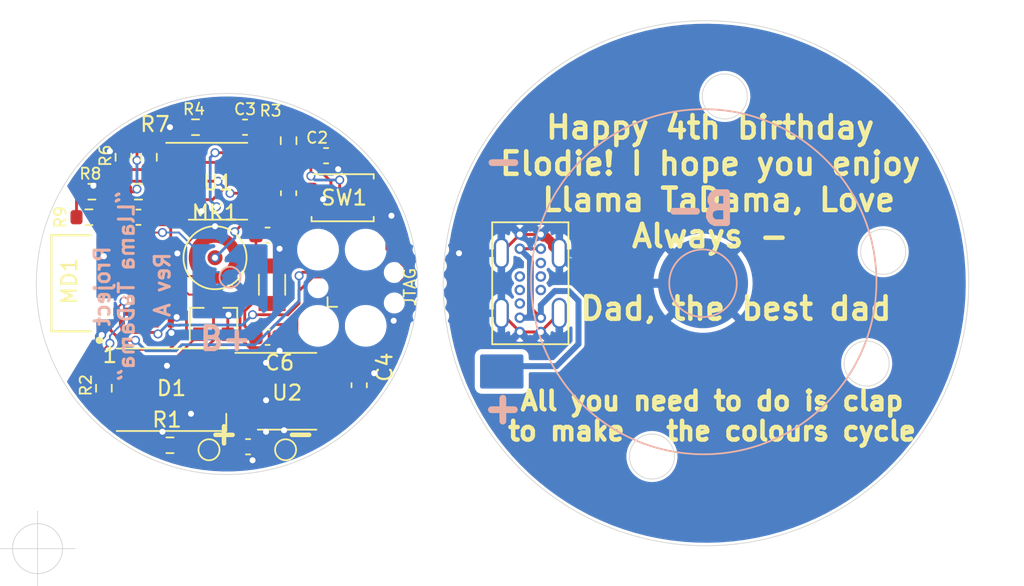
<source format=kicad_pcb>
(kicad_pcb (version 20220131) (generator pcbnew)
  (title_block (title "Llama-Ta-Dama") (date "2022-03-21") (rev "RC2"))
  (layers (0 "F.Cu" signal) (31 "B.Cu" signal) (34 "B.Paste" user) (35 "F.Paste" user) (36 "B.SilkS" user "B.Silkscreen") (37 "F.SilkS" user "F.Silkscreen") (38 "B.Mask" user) (39 "F.Mask" user) (44 "Edge.Cuts" user))
  (net 0 "")
  (net 1 "GND")
  (net 2 "SWDIO")
  (net 3 "SWCLK")
  (net 4 "~{Reset}")
  (net 5 "VIN")
  (net 6 "+3V3")
  (net 7 "Net-(C3-Pad1)")
  (net 8 "Net-(C3-Pad2)")
  (net 9 "Net-(C5-Pad1)")
  (net 10 "Net-(C6-Pad2)")
  (net 11 "clap_adc")
  (net 12 "Net-(C8-Pad2)")
  (net 13 "WS2182B")
  (net 14 "batt_adc")
  (net 15 "Net-(R1-Pad2)")
  (net 16 "Net-(R5-Pad1)")
  (net 17 "Net-(R6-Pad1)")
  (net 18 "Net-(R7-Pad2)")
  (net 19 "Net-(R8-Pad1)")
  (footprint "Capacitor_SMD:C_0603_1608Metric" (layer "F.Cu") (at 89.17 75.51)
    (fp_text reference "C1" hide)
    (fp_text value "10uF")
  )
  (footprint "Capacitor_SMD:C_0603_1608Metric" (layer "F.Cu") (at 94.37 56.11 180)
    (fp_text reference "C2")
    (fp_text value "100n")
  )
  (footprint "Capacitor_SMD:C_0603_1608Metric" (layer "F.Cu") (at 88.97 54.21)
    (fp_text reference "C3")
    (fp_text value "1uF")
  )
  (footprint "Capacitor_SMD:C_0603_1608Metric" (layer "F.Cu") (at 96.57 71.41 -90)
    (fp_text reference "C4")
    (fp_text value "10uF")
  )
  (footprint "Capacitor_SMD:C_0603_1608Metric" (layer "F.Cu") (at 90.47 61.41)
    (fp_text reference "C5" hide)
    (fp_text value "12pF")
  )
  (footprint "Capacitor_SMD:C_0603_1608Metric" (layer "F.Cu") (at 90.47 68.21 180)
    (fp_text reference "C6")
    (fp_text value "12pF")
  )
  (footprint "Capacitor_SMD:C_0603_1608Metric" (layer "F.Cu") (at 81.87 60.21 180)
    (fp_text reference "C7" hide)
    (fp_text value "10uF")
  )
  (footprint "Capacitor_SMD:C_0603_1608Metric" (layer "F.Cu") (at 91.87 58.61 90)
    (fp_text reference "C8" hide)
    (fp_text value "220n")
  )
  (footprint "LED_SMD:LED_WS2812B_PLCC4_5.0x5.0mm_P3.2mm" (layer "F.Cu") (at 84.07 71.71)
    (fp_text reference "D1")
    (fp_text value "WS2812B")
  )
  (footprint "Connector:Tag-Connect_TC2030-IDC-FP_2x03_P1.27mm_Vertical" (layer "F.Cu") (at 96.37 64.91)
    (fp_text reference "J1" hide)
    (fp_text value "JTAG_SWD_6")
  )
  (footprint "Acea:Raytac-MDBT42V-512KV2-0-0-MFG" (layer "F.Cu") (at 80.27 64.61 90)
    (fp_text reference "MD1")
    (fp_text value "MDBT42V-512KV2" hide)
  )
  (footprint "Package_TO_SOT_SMD:SOT-23" (layer "F.Cu") (at 86.87 67.01 90)
    (fp_text reference "Q1" hide)
    (fp_text value "Si2301")
  )
  (footprint "Resistor_SMD:R_0603_1608Metric" (layer "F.Cu") (at 83.97 75.41)
    (fp_text reference "R1")
    (fp_text value "1.2k")
  )
  (footprint "Resistor_SMD:R_0603_1608Metric" (layer "F.Cu") (at 79.57 71.61 -90)
    (fp_text reference "R2")
    (fp_text value "10k")
  )
  (footprint "Resistor_SMD:R_0603_1608Metric" (layer "F.Cu") (at 91.87 55.11 -90)
    (fp_text reference "R3")
    (fp_text value "10k")
  )
  (footprint "Resistor_SMD:R_0603_1608Metric" (layer "F.Cu") (at 85.67 54.21 180)
    (fp_text reference "R4")
    (fp_text value "100k")
  )
  (footprint "Resistor_SMD:R_0603_1608Metric" (layer "F.Cu") (at 81.87 58.51 180)
    (fp_text reference "R5" hide)
    (fp_text value "100k")
  )
  (footprint "Resistor_SMD:R_0603_1608Metric" (layer "F.Cu") (at 80.87 56.21 90)
    (fp_text reference "R6")
    (fp_text value "1k")
  )
  (footprint "Resistor_SMD:R_0603_1608Metric" (layer "F.Cu") (at 82.57 56.21 90)
    (fp_text reference "R7")
    (fp_text value "10k")
  )
  (footprint "Resistor_SMD:R_0603_1608Metric" (layer "F.Cu") (at 78.77 58.51)
    (fp_text reference "R8")
    (fp_text value "1k")
  )
  (footprint "Resistor_SMD:R_0603_1608Metric" (layer "F.Cu") (at 78.57 60.21)
    (fp_text reference "R9")
    (fp_text value "10k")
  )
  (footprint "Package_SO:SOIC-8_3.9x4.9mm_P1.27mm" (layer "F.Cu") (at 87.17 57.81)
    (fp_text reference "U1")
    (fp_text value "LM358")
  )
  (footprint "Package_SO:SOP-8_3.9x4.9mm_P1.27mm" (layer "F.Cu") (at 91.77 71.81)
    (fp_text reference "U2")
    (fp_text value "CN3058E_SOP8")
  )
  (footprint "Crystal:Crystal_SMD_3215-2Pin_3.2x1.5mm" (layer "F.Cu") (at 90.77 64.71 90)
    (fp_text reference "Y1" hide)
    (fp_text value "Crystal_Small")
  )
  (footprint "Acea:USB_C_Receptacle_918-418K2022Y40000_C168704" (layer "F.Cu") (at 107.97 64.61 90)
    (fp_text reference "J2" hide)
    (fp_text value "USB_C_Receptacle_USB2.0")
  )
  (footprint "Button_Switch_SMD:SW_Push_SPST_NO_Alps_SKRK" (layer "F.Cu") (at 95.47 58.91)
    (fp_text reference "SW1")
    (fp_text value "TACT-SWITCH")
  )
  (footprint "TestPoint:TestPoint_Pad_D1.0mm" (layer "F.Cu") (at 91.67 75.71)
    (fp_text reference "TP4" hide)
    (fp_text value "B-")
  )
  (footprint "TestPoint:TestPoint_Pad_D1.0mm" (layer "F.Cu") (at 86.57 75.71)
    (fp_text reference "TP3" hide)
    (fp_text value "B+")
  )
  (footprint "Sensor_Audio:CUI_CMC-4013-SMT" (layer "F.Cu") (at 86.97 62.91)
    (fp_text reference "MK1")
    (fp_text value "B4013")
  )
  (footprint "TestPoint:TestPoint_Pad_D4.0mm" (layer "B.Cu") (at 119.47 64.61)
    (fp_text reference "TP2" hide)
    (fp_text value "B-")
  )
  (footprint "TestPoint:TestPoint_Pad_D1.0mm" (layer "B.Cu") (at 87.97 64.21)
    (fp_text reference "TP1" hide)
    (fp_text value "B+")
  )
  (gr_circle (center 119.52 64.51) (end 131.021739 64.51) (stroke (width 0.12)) (fill none) (layer "B.SilkS"))
  (gr_circle (center 120.92 52.16) (end 119.42 52.16) (stroke (width 0.05)) (fill none) (layer "Edge.Cuts"))
  (gr_circle (center 131.47 62.51) (end 129.97 62.51) (stroke (width 0.05)) (fill none) (layer "Edge.Cuts"))
  (gr_circle (center 130.37 69.96) (end 128.87 69.96) (stroke (width 0.05)) (fill none) (layer "Edge.Cuts"))
  (gr_arc (start 75.069951 64.659999) (mid 89.127732 52.032683) (end 100.179688 67.359932) (stroke (width 0.05)) (layer "Edge.Cuts"))
  (gr_arc (start 137.169799 64.61) (mid 121.049462 82.055348) (end 102.38768 67.360339) (stroke (width 0.05)) (layer "Edge.Cuts"))
  (gr_arc (start 100.179688 67.359932) (mid 86.412252 77.287213) (end 75.07 64.66) (stroke (width 0.05)) (layer "Edge.Cuts"))
  (gr_circle (center 116.07 76.16) (end 114.57 76.16) (stroke (width 0.05)) (fill none) (layer "Edge.Cuts"))
  (gr_arc (start 102.38768 67.360339) (mid 118.290538 47.164656) (end 137.169799 64.61) (stroke (width 0.05)) (layer "Edge.Cuts"))
  (gr_text "+\n" (at 106.14 72.9) (layer "B.SilkS") (effects (font (size 2 2) (thickness 0.45)) (justify mirror)))
  (gr_text "B-\n" (at 119.28 59.67) (layer "B.SilkS") (effects (font (size 2 2) (thickness 0.45)) (justify mirror)))
  (gr_text "-\n" (at 106.18 56.43) (layer "B.SilkS") (effects (font (size 2 2) (thickness 0.45)) (justify mirror)))
  (gr_text "Project\n“Llama TaDama”" (at 80.27 64.81 90) (layer "B.SilkS") (effects (font (size 1 1) (thickness 0.2)) (justify mirror)))
  (gr_text "Rev A" (at 83.47 64.71 90) (layer "B.SilkS") (effects (font (size 1 1) (thickness 0.2)) (justify mirror)))
  (gr_text "B+" (at 87.67 68.31) (layer "B.SilkS") (effects (font (size 1.5 1.5) (thickness 0.3))))
  (gr_text "+" (at 87.57 74.61) (layer "F.SilkS") (effects (font (size 1.5 1.5) (thickness 0.3))))
  (gr_text "All you need to do is clap\nto make   the colours cycle" (at 120.07 73.46) (layer "F.SilkS") (effects (font (size 1.25 1.25) (thickness 0.3))))
  (gr_text "Happy 4th birthday \nElodie! I hope you enjoy \nLlama TaDama, Love\nAlways - \n\n  Dad, the best dad" (at 120.52 60.26) (layer "F.SilkS") (effects (font (size 1.5 1.5) (thickness 0.3))))
  (gr_text "JTAG" (at 99.945 64.86 90) (layer "F.SilkS") (effects (font (size 0.75 0.75) (thickness 0.12))))
  (gr_text "-" (at 92.67 74.61) (layer "F.SilkS") (effects (font (size 1.5 1.5) (thickness 0.3))))
  (target plus (at 75.15 82.3) (size 5) (width 0.05) (layer "Edge.Cuts"))
  (segment (start 83.145 75.41) (end 83.445 75.41) (width 0.15) (layer "F.Cu") (net 1))
  (segment (start 109.447001 62.157001) (end 109.447001 61.937039) (width 0.6) (layer "F.Cu") (net 1))
  (segment (start 108.67 67.86) (end 108.67 67.84) (width 0.2) (layer "F.Cu") (net 1))
  (segment (start 95.17 56.135) (end 95.145 56.11) (width 0.187) (layer "F.Cu") (net 1))
  (segment (start 84.460303 62.744696) (end 84.460303 62.619697) (width 0.15) (layer "F.Cu") (net 1))
  (segment (start 90.37 69.91) (end 89.15 69.91) (width 0.15) (layer "F.Cu") (net 1))
  (segment (start 80.445 55.81) (end 80.87 55.385) (width 0.15) (layer "F.Cu") (net 1))
  (segment (start 84.019999 67.285) (end 84.019999 67.260001) (width 0.187) (layer "F.Cu") (net 1))
  (segment (start 90.245 75.81) (end 89.945 75.51) (width 0.187) (layer "F.Cu") (net 1))
  (segment (start 97.64 65.88) (end 98.87 67.11) (width 0.187) (layer "F.Cu") (net 1))
  (segment (start 96.57 70.635) (end 97.545 70.635) (width 0.187) (layer "F.Cu") (net 1))
  (segment (start 97.545 70.635) (end 97.57 70.61) (width 0.187) (layer "F.Cu") (net 1))
  (segment (start 90.37 75.085) (end 89.945 75.51) (width 0.187) (layer "F.Cu") (net 1))
  (segment (start 107.27 67.84) (end 106.04 66.61) (width 0.2) (layer "F.Cu") (net 1))
  (segment (start 84.019999 67.878299) (end 84.067634 67.925934) (width 0.15) (layer "F.Cu") (net 1))
  (segment (start 91.27 61.435) (end 91.245 61.41) (width 0.15) (layer "F.Cu") (net 1))
  (segment (start 109.042961 61.532999) (end 108.822999 61.532999) (width 0.6) (layer "F.Cu") (net 1))
  (segment (start 91.27 69.11) (end 91.27 68.235) (width 0.15) (layer "F.Cu") (net 1))
  (segment (start 93.47 59.01) (end 93.37 58.91) (width 0.15) (layer "F.Cu") (net 1))
  (segment (start 97.64 65.545) (end 97.64 65.88) (width 0.187) (layer "F.Cu") (net 1))
  (segment (start 86.97 60.81) (end 86.970003 60.809997) (width 0.15) (layer "F.Cu") (net 1))
  (segment (start 106.04 62.61) (end 106.04 66.61) (width 0.2) (layer "F.Cu") (net 1))
  (segment (start 108.822999 61.532999) (end 108.67 61.38) (width 0.6) (layer "F.Cu") (net 1))
  (segment (start 83.47 74.51) (end 83.47 75.085) (width 0.15) (layer "F.Cu") (net 1))
  (segment (start 91.67 75.81) (end 91.67 74.51) (width 0.187) (layer "F.Cu") (net 1))
  (segment (start 85.975 59.715) (end 86.07 59.81) (width 0.15) (layer "F.Cu") (net 1))
  (segment (start 79.27 67.285) (end 79.27 67.91) (width 0.15) (layer "F.Cu") (net 1))
  (segment (start 91.27 62.31) (end 91.27 61.435) (width 0.15) (layer "F.Cu") (net 1))
  (segment (start 79.27 62.51) (end 79.57 62.81) (width 0.15) (layer "F.Cu") (net 1))
  (segment (start 83.97 54.21) (end 84.845 54.21) (width 0.15) (layer "F.Cu") (net 1))
  (segment (start 84.02 63.184999) (end 84.460303 62.744696) (width 0.15) (layer "F.Cu") (net 1))
  (segment (start 107.27 67.86) (end 107.27 67.84) (width 0.2) (layer "F.Cu") (net 1))
  (segment (start 109.447001 61.937039) (end 109.042961 61.532999) (width 0.6) (layer "F.Cu") (net 1))
  (segment (start 84.019999 67.285) (end 84.019999 67.878299) (width 0.15) (layer "F.Cu") (net 1))
  (segment (start 89.47 75.985) (end 89.945 75.51) (width 0.187) (layer "F.Cu") (net 1))
  (segment (start 89.47 76.41) (end 89.47 75.985) (width 0.187) (layer "F.Cu") (net 1))
  (segment (start 85.37 73.31) (end 86.52 73.31) (width 0.15) (layer "F.Cu") (net 1))
  (segment (start 89.18 72.41) (end 89.145 72.445) (width 0.15) (layer "F.Cu") (net 1))
  (segment (start 107.27 61.36) (end 108.67 61.36) (width 0.2) (layer "F.Cu") (net 1))
  (segment (start 79.97 55.81) (end 80.445 55.81) (width 0.15) (layer "F.Cu") (net 1))
  (segment (start 85.92 68.01) (end 83.82 70.11) (width 0.15) (layer "F.Cu") (net 1))
  (segment (start 79.27 67.91) (end 79.42 68.06) (width 0.15) (layer "F.Cu") (net 1))
  (segment (start 108.67 67.84) (end 109.9 66.61) (width 0.2) (layer "F.Cu") (net 1))
  (segment (start 86.97 61.535) (end 86.97 60.81) (width 0.15) (layer "F.Cu") (net 1))
  (segment (start 79.27 61.935) (end 79.27 61.681698) (width 0.187) (layer "F.Cu") (net 1))
  (segment (start 80.741698 60.21) (end 81.095 60.21) (width 0.187) (layer "F.Cu") (net 1))
  (segment (start 106.04 62.59) (end 107.27 61.36) (width 0.2) (layer "F.Cu") (net 1))
  (segment (start 91.27 68.235) (end 91.245 68.21) (width 0.15) (layer "F.Cu") (net 1))
  (segment (start 84.695 59.715) (end 85.975 59.715) (width 0.15) (layer "F.Cu") (net 1))
  (segment (start 79.195 58.11) (end 78.87 58.11) (width 0.15) (layer "F.Cu") (net 1))
  (segment (start 106.04 62.61) (end 106.04 62.59) (width 0.2) (layer "F.Cu") (net 1))
  (segment (start 79.27 61.935) (end 79.27 62.51) (width 0.15) (layer "F.Cu") (net 1))
  (segment (start 83.47 75.085) (end 83.145 75.41) (width 0.15) (layer "F.Cu") (net 1))
  (segment (start 95.17 57.01) (end 95.17 56.135) (width 0.187) (layer "F.Cu") (net 1))
  (segment (start 90.37 72.41) (end 89.18 72.41) (width 0.15) (layer "F.Cu") (net 1))
  (segment (start 79.595 58.51) (end 79.195 58.11) (width 0.15) (layer "F.Cu") (net 1))
  (segment (start 79.27 61.681698) (end 80.741698 60.21) (width 0.187) (layer "F.Cu") (net 1))
  (segment (start 109.9 62.61) (end 109.447001 62.157001) (width 0.6) (layer "F.Cu") (net 1))
  (segment (start 90.37 74.51) (end 90.37 75.085) (width 0.187) (layer "F.Cu") (net 1))
  (segment (start 91.67 74.51) (end 91.57 74.41) (width 0.187) (layer "F.Cu") (net 1))
  (segment (start 84.019999 67.260001) (end 84.415001 66.864999) (width 0.187) (layer "F.Cu") (net 1))
  (segment (start 94.17 59.01) (end 93.47 59.01) (width 0.15) (layer "F.Cu") (net 1))
  (segment (start 91.67 75.81) (end 90.245 75.81) (width 0.187) (layer "F.Cu") (net 1))
  (segment (start 89.15 69.91) (end 89.145 69.905) (width 0.15) (layer "F.Cu") (net 1))
  (segment (start 108.67 61.38) (end 108.67 61.36) (width 0.6) (layer "F.Cu") (net 1))
  (segment (start 107.27 67.86) (end 108.67 67.86) (width 0.2) (layer "F.Cu") (net 1))
  (segment (start 83.82 70.11) (end 83.77 70.11) (width 0.15) (layer "F.Cu") (net 1))
  (via (at 86.07 59.81) (size 0.6) (drill 0.4) (layers "F.Cu" "B.Cu") (net 1))
  (via (at 79.97 55.81) (size 0.6) (drill 0.4) (layers "F.Cu" "B.Cu") (net 1))
  (via (at 90.37 74.51) (size 0.6) (drill 0.4) (layers "F.Cu" "B.Cu") (net 1))
  (via (at 89.47 76.41) (size 0.6) (drill 0.4) (layers "F.Cu" "B.Cu") (net 1))
  (via (at 91.57 74.41) (size 0.6) (drill 0.4) (layers "F.Cu" "B.Cu") (net 1))
  (via (at 98.72 60.11) (size 0.8) (drill 0.4) (layers "F.Cu" "B.Cu") (net 1))
  (via (at 98.87 67.11) (size 0.6) (drill 0.4) (layers "F.Cu" "B.Cu") (net 1))
  (via (at 84.415001 66.864999) (size 0.6) (drill 0.4) (layers "F.Cu" "B.Cu") (net 1))
  (via (at 90.37 72.41) (size 0.6) (drill 0.4) (layers "F.Cu" "B.Cu") (net 1))
  (via (at 91.27 62.31) (size 0.6) (drill 0.4) (layers "F.Cu" "B.Cu") (net 1))
  (via (at 85.37 73.31) (size 0.6) (drill 0.4) (layers "F.Cu" "B.Cu") (net 1))
  (via (at 97.57 70.61) (size 0.6) (drill 0.4) (layers "F.Cu" "B.Cu") (net 1))
  (via (at 84.460303 62.619697) (size 0.6) (drill 0.4) (layers "F.Cu" "B.Cu") (net 1))
  (via (at 83.47 74.51) (size 0.6) (drill 0.4) (layers "F.Cu" "B.Cu") (net 1))
  (via (at 103.22 62.61) (size 0.8) (drill 0.4) (layers "F.Cu" "B.Cu") (net 1))
  (via (at 90.37 69.91) (size 0.6) (drill 0.4) (layers "F.Cu" "B.Cu") (net 1))
  (via (at 83.77 70.11) (size 0.6) (drill 0.4) (layers "F.Cu" "B.Cu") (net 1))
  (via (at 91.27 69.11) (size 0.6) (drill 0.4) (layers "F.Cu" "B.Cu") (net 1))
  (via (at 94.17 59.01) (size 0.6) (drill 0.4) (layers "F.Cu" "B.Cu") (net 1))
  (via (at 79.57 62.81) (size 0.6) (drill 0.4) (layers "F.Cu" "B.Cu") (net 1))
  (via (at 95.17 57.01) (size 0.6) (drill 0.4) (layers "F.Cu" "B.Cu") (net 1))
  (via (at 86.970003 60.809997) (size 0.6) (drill 0.4) (layers "F.Cu" "B.Cu") (net 1))
  (via (at 79.42 68.06) (size 0.6) (drill 0.4) (layers "F.Cu" "B.Cu") (net 1))
  (via (at 83.97 54.21) (size 0.6) (drill 0.4) (layers "F.Cu" "B.Cu") (net 1))
  (via (at 78.87 58.11) (size 0.6) (drill 0.4) (layers "F.Cu" "B.Cu") (net 1))
  (via (at 84.067634 67.925934) (size 0.6) (drill 0.4) (layers "F.Cu" "B.Cu") (net 1))
  (segment (start 111.9 64.61) (end 109.9 62.61) (width 0.6) (layer "B.Cu") (net 1))
  (segment (start 98.72 60.11) (end 98.72 61.86) (width 0.128) (layer "B.Cu") (net 1))
  (segment (start 99.72 62.86) (end 99.87 62.86) (width 0.128) (layer "B.Cu") (net 1))
  (segment (start 119.47 64.61) (end 111.9 64.61) (width 0.6) (layer "B.Cu") (net 1))
  (segment (start 98.72 61.86) (end 99.72 62.86) (width 0.128) (layer "B.Cu") (net 1))
  (segment (start 95.019199 64.194199) (end 93.486415 64.194199) (width 0.187) (layer "F.Cu") (net 2))
  (segment (start 92.57 65.956902) (end 91.816902 66.71) (width 0.187) (layer "F.Cu") (net 2))
  (segment (start 92.57 65.110614) (end 92.57 65.31) (width 0.187) (layer "F.Cu") (net 2))
  (segment (start 93.486415 64.194199) (end 92.57 65.110614) (width 0.187) (layer "F.Cu") (net 2))
  (segment (start 92.57 65.31) (end 92.57 65.51) (width 0.187) (layer "F.Cu") (net 2))
  (segment (start 95.1 64.275) (end 95.019199 64.194199) (width 0.187) (layer "F.Cu") (net 2))
  (segment (start 80.77 67.285) (end 80.77 67.747) (width 0.187) (layer "F.Cu") (net 2))
  (segment (start 92.57 65.31) (end 92.57 65.956902) (width 0.187) (layer "F.Cu") (net 2))
  (segment (start 80.77 67.747) (end 80.912491 67.889491) (width 0.187) (layer "F.Cu") (net 2))
  (segment (start 91.816902 66.71) (end 89.47 66.71) (width 0.187) (layer "F.Cu") (net 2))
  (segment (start 83.070001 67.889491) (end 83.17 67.98949) (width 0.187) (layer "F.Cu") (net 2))
  (segment (start 80.912491 67.889491) (end 83.070001 67.889491) (width 0.187) (layer "F.Cu") (net 2))
  (via (at 89.47 66.71) (size 0.6) (drill 0.4) (layers "F.Cu" "B.Cu") (net 2))
  (via (at 83.17 67.98949) (size 0.6) (drill 0.4) (layers "F.Cu" "B.Cu") (net 2))
  (segment (start 88.784499 67.395501) (end 89.170001 67.009999) (width 0.187) (layer "B.Cu") (net 2))
  (segment (start 84.039657 67.309999) (end 84.140159 67.410501) (width 0.187) (layer "B.Cu") (net 2))
  (segment (start 84.654841 67.395501) (end 88.784499 67.395501) (width 0.187) (layer "B.Cu") (net 2))
  (segment (start 83.17 67.98949) (end 83.849491 67.309999) (width 0.187) (layer "B.Cu") (net 2))
  (segment (start 84.140159 67.410501) (end 84.639841 67.410501) (width 0.187) (layer "B.Cu") (net 2))
  (segment (start 89.170001 67.009999) (end 89.47 66.71) (width 0.187) (layer "B.Cu") (net 2))
  (segment (start 84.639841 67.410501) (end 84.654841 67.395501) (width 0.187) (layer "B.Cu") (net 2))
  (segment (start 83.849491 67.309999) (end 84.039657 67.309999) (width 0.187) (layer "B.Cu") (net 2))
  (segment (start 95.755799 63.660799) (end 94.805183 63.660799) (width 0.187) (layer "F.Cu") (net 3))
  (segment (start 94.585793 63.880189) (end 92.799811 63.880189) (width 0.187) (layer "F.Cu") (net 3))
  (segment (start 96.37 64.275) (end 95.755799 63.660799) (width 0.187) (layer "F.Cu") (net 3))
  (segment (start 80.02 67.285) (end 80.02 67.747) (width 0.187) (layer "F.Cu") (net 3))
  (segment (start 94.805183 63.660799) (end 94.585793 63.880189) (width 0.187) (layer "F.Cu") (net 3))
  (segment (start 80.683 68.41) (end 81.67 68.41) (width 0.187) (layer "F.Cu") (net 3))
  (segment (start 92.799811 63.880189) (end 92.57 64.11) (width 0.187) (layer "F.Cu") (net 3))
  (segment (start 80.02 67.747) (end 80.683 68.41) (width 0.187) (layer "F.Cu") (net 3))
  (via (at 92.57 64.11) (size 0.6) (drill 0.4) (layers "F.Cu" "B.Cu") (net 3))
  (via (at 81.67 68.41) (size 0.6) (drill 0.4) (layers "F.Cu" "B.Cu") (net 3))
  (segment (start 84.770001 68.709999) (end 84.37 69.11) (width 0.187) (layer "B.Cu") (net 3))
  (segment (start 92.57 65.780342) (end 89.640343 68.709999) (width 0.187) (layer "B.Cu") (net 3))
  (segment (start 92.57 64.11) (end 92.57 65.780342) (width 0.187) (layer "B.Cu") (net 3))
  (segment (start 89.640343 68.709999) (end 84.770001 68.709999) (width 0.187) (layer "B.Cu") (net 3))
  (segment (start 84.37 69.11) (end 82.37 69.11) (width 0.187) (layer "B.Cu") (net 3))
  (segment (start 82.37 69.11) (end 81.67 68.41) (width 0.187) (layer "B.Cu") (net 3))
  (segment (start 95.524049 68.160857) (end 96.294143 68.930951) (width 0.187) (layer "F.Cu") (net 4))
  (segment (start 99.939812 64.367652) (end 99.939811 63.420347) (width 0.187) (layer "F.Cu") (net 4))
  (segment (start 99.939811 63.420347) (end 98.87 62.350536) (width 0.187) (layer "F.Cu") (net 4))
  (segment (start 98.87 62.350536) (end 98.87 61.46) (width 0.187) (layer "F.Cu") (net 4))
  (segment (start 91.034319 71.661583) (end 91.034319 69.601001) (width 0.128) (layer "F.Cu") (net 4))
  (segment (start 78.58998 69.99002) (end 79.97 68.61) (width 0.128) (layer "F.Cu") (net 4))
  (segment (start 96.294143 68.930951) (end 98.327431 68.930951) (width 0.187) (layer "F.Cu") (net 4))
  (segment (start 99.47 67.788382) (end 99.47 66.91) (width 0.187) (layer "F.Cu") (net 4))
  (segment (start 78.58998 72.482952) (end 78.58998 69.99002) (width 0.128) (layer "F.Cu") (net 4))
  (segment (start 84.437847 72.59451) (end 80.438462 72.59451) (width 0.128) (layer "F.Cu") (net 4))
  (segment (start 80.438462 72.59451) (end 80.006962 73.02601) (width 0.128) (layer "F.Cu") (net 4))
  (segment (start 95.612318 74.20601) (end 93.578746 74.20601) (width 0.128) (layer "F.Cu") (net 4))
  (segment (start 98.327431 70.696261) (end 97.23601 71.787682) (width 0.128) (layer "F.Cu") (net 4))
  (segment (start 97.23601 71.787682) (end 97.23601 72.582318) (width 0.128) (layer "F.Cu") (net 4))
  (segment (start 99.77 64.537464) (end 99.939812 64.367652) (width 0.187) (layer "F.Cu") (net 4))
  (segment (start 79.133038 73.02601) (end 78.58998 72.482952) (width 0.128) (layer "F.Cu") (net 4))
  (segment (start 99.77 66.61) (end 99.77 64.537464) (width 0.187) (layer "F.Cu") (net 4))
  (segment (start 90.778999 69.345681) (end 87.572519 69.345681) (width 0.128) (layer "F.Cu") (net 4))
  (segment (start 95.524049 66.390951) (end 95.524049 68.160857) (width 0.187) (layer "F.Cu") (net 4))
  (segment (start 80.908305 65.809578) (end 80.41101 66.306873) (width 0.128) (layer "F.Cu") (net 4))
  (segment (start 87.461001 70.762801) (end 87.422801 70.801001) (width 0.128) (layer "F.Cu") (net 4))
  (segment (start 87.422801 70.801001) (end 86.231355 70.801001) (width 0.128) (layer "F.Cu") (net 4))
  (segment (start 97.23601 72.582318) (end 95.612318 74.20601) (width 0.128) (layer "F.Cu") (net 4))
  (segment (start 80.006962 73.02601) (end 79.133038 73.02601) (width 0.128) (layer "F.Cu") (net 4))
  (segment (start 97.57 60.16) (end 97.57 58.91) (width 0.187) (layer "F.Cu") (net 4))
  (segment (start 86.231355 70.801001) (end 84.437847 72.59451) (width 0.128) (layer "F.Cu") (net 4))
  (segment (start 99.47 66.91) (end 99.77 66.61) (width 0.187) (layer "F.Cu") (net 4))
  (segment (start 91.034319 69.601001) (end 90.778999 69.345681) (width 0.128) (layer "F.Cu") (net 4))
  (segment (start 98.327431 68.930951) (end 99.47 67.788382) (width 0.187) (layer "F.Cu") (net 4))
  (segment (start 98.87 61.46) (end 97.57 60.16) (width 0.187) (layer "F.Cu") (net 4))
  (segment (start 87.461001 69.457199) (end 87.461001 70.762801) (width 0.128) (layer "F.Cu") (net 4))
  (segment (start 87.572519 69.345681) (end 87.461001 69.457199) (width 0.128) (layer "F.Cu") (net 4))
  (segment (start 80.41101 66.306873) (end 80.41101 66.51) (width 0.128) (layer "F.Cu") (net 4))
  (segment (start 98.327431 68.930951) (end 98.327431 70.696261) (width 0.128) (layer "F.Cu") (net 4))
  (segment (start 93.578746 74.20601) (end 91.034319 71.661583) (width 0.128) (layer "F.Cu") (net 4))
  (segment (start 96.37 65.545) (end 95.524049 66.390951) (width 0.187) (layer "F.Cu") (net 4))
  (via (at 79.97 68.61) (size 0.6) (drill 0.4) (layers "F.Cu" "B.Cu") (net 4))
  (via (at 80.908305 65.809578) (size 0.6) (drill 0.4) (layers "F.Cu" "B.Cu") (net 4))
  (segment (start 80.908305 67.171695) (end 80.908305 65.809578) (width 0.128) (layer "B.Cu") (net 4))
  (segment (start 79.97 68.61) (end 79.97 68.11) (width 0.128) (layer "B.Cu") (net 4))
  (segment (start 79.97 68.11) (end 80.908305 67.171695) (width 0.128) (layer "B.Cu") (net 4))
  (segment (start 108.092999 63.132999) (end 108.092999 66.332999) (width 0.2) (layer "F.Cu") (net 5))
  (segment (start 107.27 62.31) (end 108.67 62.31) (width 0.2) (layer "F.Cu") (net 5))
  (segment (start 108.092999 66.332999) (end 108.67 66.91) (width 0.2) (layer "F.Cu") (net 5))
  (segment (start 107.27 62.31) (end 108.092999 63.132999) (width 0.2) (layer "F.Cu") (net 5))
  (segment (start 86.57 75.81) (end 88.095 75.81) (width 0.187) (layer "F.Cu") (net 5))
  (segment (start 88.395 74.465) (end 89.145 73.715) (width 0.187) (layer "F.Cu") (net 5))
  (segment (start 88.095 75.81) (end 88.395 75.51) (width 0.187) (layer "F.Cu") (net 5))
  (segment (start 88.395 75.51) (end 88.395 74.465) (width 0.187) (layer "F.Cu") (net 5))
  (segment (start 111.18 65.78) (end 111.18 68.66) (width 0.4) (layer "B.Cu") (net 5))
  (segment (start 111.18 68.66) (end 109.7 70.14) (width 0.4) (layer "B.Cu") (net 5))
  (segment (start 107.764974 66.91) (end 107.947001 66.727973) (width 0.4) (layer "B.Cu") (net 5))
  (segment (start 108.67 66.91) (end 107.27 66.91) (width 0.4) (layer "B.Cu") (net 5))
  (segment (start 109.7 70.14) (end 106.74 70.14) (width 0.4) (layer "B.Cu") (net 5))
  (segment (start 108.67 66.061962) (end 109.601962 65.13) (width 0.4) (layer "B.Cu") (net 5))
  (segment (start 109.601962 65.13) (end 110.53 65.13) (width 0.4) (layer "B.Cu") (net 5))
  (segment (start 106.74 70.14) (end 105.65 71.23) (width 0.4) (layer "B.Cu") (net 5))
  (segment (start 107.947001 66.727973) (end 107.947001 62.987001) (width 0.4) (layer "B.Cu") (net 5))
  (segment (start 110.53 65.13) (end 111.18 65.78) (width 0.4) (layer "B.Cu") (net 5))
  (segment (start 107.27 66.91) (end 107.764974 66.91) (width 0.4) (layer "B.Cu") (net 5))
  (segment (start 108.67 66.91) (end 108.67 66.061962) (width 0.4) (layer "B.Cu") (net 5))
  (segment (start 107.947001 62.987001) (end 107.27 62.31) (width 0.4) (layer "B.Cu") (net 5))
  (segment (start 90.57449 68.435558) (end 90.57449 67.775462) (width 0.187) (layer "F.Cu") (net 6))
  (segment (start 93.355168 57.461382) (end 93.355168 56.349832) (width 0.187) (layer "F.Cu") (net 6))
  (segment (start 86.97 55.91) (end 89.64 55.91) (width 0.187) (layer "F.Cu") (net 6))
  (segment (start 92.422049 68.757049) (end 92.422049 67.362049) (width 0.187) (layer "F.Cu") (net 6))
  (segment (start 94.395 69.905) (end 94.473982 69.905) (width 0.187) (layer "F.Cu") (net 6))
  (segment (start 88.635487 66.530091) (end 88.635487 68.255535) (width 0.187) (layer "F.Cu") (net 6))
  (segment (start 86.17 69.11) (end 86.87 68.41) (width 0.187) (layer "F.Cu") (net 6))
  (segment (start 83.145 60.71) (end 82.645 60.21) (width 0.187) (layer "F.Cu") (net 6))
  (segment (start 98.412951 61.694183) (end 95.272813 58.554045) (width 0.187) (layer "F.Cu") (net 6))
  (segment (start 89.285462 68.90551) (end 90.104538 68.90551) (width 0.187) (layer "F.Cu") (net 6))
  (segment (start 81.62 70.11) (end 82.557 70.11) (width 0.187) (layer "F.Cu") (net 6))
  (segment (start 93.257533 65.938699) (end 94.706301 65.938699) (width 0.187) (layer "F.Cu") (net 6))
  (segment (start 83.77 60.71) (end 83.145 60.71) (width 0.187) (layer "F.Cu") (net 6))
  (segment (start 94.395 73.715) (end 95.04 73.715) (width 0.187) (layer "F.Cu") (net 6))
  (segment (start 90.104538 68.90551) (end 90.57449 68.435558) (width 0.187) (layer "F.Cu") (net 6))
  (segment (start 85.840344 69.11) (end 86.17 69.11) (width 0.187) (layer "F.Cu") (net 6))
  (segment (start 94.473982 69.905) (end 96.57 72.001018) (width 0.187) (layer "F.Cu") (net 6))
  (segment (start 83.244 70.797) (end 84.153344 70.797) (width 0.187) (layer "F.Cu") (net 6))
  (segment (start 95.755799 64.889201) (end 98.974185 64.889201) (width 0.187) (layer "F.Cu") (net 6))
  (segment (start 86.319841 60.330501) (end 87.07 59.580342) (width 0.187) (layer "F.Cu") (net 6))
  (segment (start 99.625801 63.550415) (end 98.412951 62.337565) (width 0.187) (layer "F.Cu") (net 6))
  (segment (start 93.355168 56.349832) (end 93.595 56.11) (width 0.187) (layer "F.Cu") (net 6))
  (segment (start 94.395 69.905) (end 93.57 69.905) (width 0.187) (layer "F.Cu") (net 6))
  (segment (start 84.019999 61.935) (end 84.019999 60.959999) (width 0.187) (layer "F.Cu") (net 6))
  (segment (start 98.412951 62.337565) (end 98.412951 61.694183) (width 0.187) (layer "F.Cu") (net 6))
  (segment (start 82.765501 60.330501) (end 86.319841 60.330501) (width 0.187) (layer "F.Cu") (net 6))
  (segment (start 98.974185 64.889201) (end 99.625801 64.237585) (width 0.187) (layer "F.Cu") (net 6))
  (segment (start 93.595 56.11) (end 92.045 56.11) (width 0.187) (layer "F.Cu") (net 6))
  (segment (start 84.153344 70.797) (end 85.840344 69.11) (width 0.187) (layer "F.Cu") (net 6))
  (segment (start 79.57 70.785) (end 80.945 70.785) (width 0.187) (layer "F.Cu") (net 6))
  (segment (start 91.87 55.935) (end 89.675 55.935) (width 0.187) (layer "F.Cu") (net 6))
  (segment (start 82.557 70.11) (end 83.244 70.797) (width 0.187) (layer "F.Cu") (net 6))
  (segment (start 92.422049 67.362049) (end 92.422049 66.774183) (width 0.187) (layer "F.Cu") (net 6))
  (segment (start 88.115396 66.01) (end 88.635487 66.530091) (width 0.187) (layer "F.Cu") (net 6))
  (segment (start 95.1 65.545) (end 95.755799 64.889201) (width 0.187) (layer "F.Cu") (net 6))
  (segment (start 86.87 66.01) (end 88.115396 66.01) (width 0.187) (layer "F.Cu") (net 6))
  (segment (start 95.272813 58.554045) (end 95.272813 57.729696) (width 0.187) (layer "F.Cu") (net 6))
  (segment (start 95.04 73.715) (end 96.57 72.185) (width 0.187) (layer "F.Cu") (net 6))
  (segment (start 90.987903 67.362049) (end 92.422049 67.362049) (width 0.187) (layer "F.Cu") (net 6))
  (segment (start 99.625801 64.237585) (end 99.625801 63.550415) (width 0.187) (layer "F.Cu") (net 6))
  (segment (start 82.645 60.21) (end 82.765501 60.330501) (width 0.187) (layer "F.Cu") (net 6))
  (segment (start 90.57449 67.775462) (end 90.987903 67.362049) (width 0.187) (layer "F.Cu") (net 6))
  (segment (start 96.57 72.001018) (end 96.57 72.185) (width 0.187) (layer "F.Cu") (net 6))
  (segment (start 88.635487 68.255535) (end 89.285462 68.90551) (width 0.187) (layer "F.Cu") (net 6))
  (segment (start 87.07 59.580342) (end 87.07 59.51) (width 0.187) (layer "F.Cu") (net 6))
  (segment (start 84.019999 60.959999) (end 83.77 60.71) (width 0.187) (layer "F.Cu") (net 6))
  (segment (start 92.422049 66.774183) (end 93.257533 65.938699) (width 0.187) (layer "F.Cu") (net 6))
  (segment (start 94.706301 65.938699) (end 95.1 65.545) (width 0.187) (layer "F.Cu") (net 6))
  (segment (start 92.045 56.11) (end 91.87 55.935) (width 0.187) (layer "F.Cu") (net 6))
  (segment (start 86.87 68.41) (end 86.87 66.01) (width 0.187) (layer "F.Cu") (net 6))
  (segment (start 89.64 55.91) (end 89.645 55.905) (width 0.187) (layer "F.Cu") (net 6))
  (segment (start 80.945 70.785) (end 81.62 70.11) (width 0.187) (layer "F.Cu") (net 6))
  (segment (start 89.675 55.935) (end 89.645 55.905) (width 0.187) (layer "F.Cu") (net 6))
  (segment (start 93.57 69.905) (end 92.422049 68.757049) (width 0.187) (layer "F.Cu") (net 6))
  (via (at 95.272813 57.729696) (size 0.6) (drill 0.4) (layers "F.Cu" "B.Cu") (net 6))
  (via (at 93.355168 57.461382) (size 0.6) (drill 0.4) (layers "F.Cu" "B.Cu") (net 6))
  (via (at 86.97 55.91) (size 0.6) (drill 0.4) (layers "F.Cu" "B.Cu") (net 6))
  (via (at 87.07 59.51) (size 0.6) (drill 0.4) (layers "F.Cu" "B.Cu") (net 6))
  (segment (start 93.623482 57.729696) (end 93.355168 57.461382) (width 0.187) (layer "B.Cu") (net 6))
  (segment (start 86.649499 56.230501) (end 86.97 55.91) (width 0.187) (layer "B.Cu") (net 6))
  (segment (start 87.07 59.51) (end 86.649499 59.089499) (width 0.187) (layer "B.Cu") (net 6))
  (segment (start 95.272813 57.729696) (end 93.623482 57.729696) (width 0.187) (layer "B.Cu") (net 6))
  (segment (start 86.649499 59.089499) (end 86.649499 56.230501) (width 0.187) (layer "B.Cu") (net 6))
  (segment (start 81.772 56.417032) (end 81.772 55.113308) (width 0.187) (layer "F.Cu") (net 7))
  (segment (start 85.79949 54.90551) (end 86.495 54.21) (width 0.187) (layer "F.Cu") (net 7))
  (segment (start 82.120818 54.76449) (end 84.329798 54.76449) (width 0.187) (layer "F.Cu") (net 7))
  (segment (start 84.329798 54.76449) (end 84.470818 54.90551) (width 0.187) (layer "F.Cu") (net 7))
  (segment (start 81.772 55.113308) (end 82.120818 54.76449) (width 0.187) (layer "F.Cu") (net 7))
  (segment (start 81.5905 58.51) (end 81.77 58.3305) (width 0.187) (layer "F.Cu") (net 7))
  (segment (start 86.495 54.21) (end 88.195 54.21) (width 0.187) (layer "F.Cu") (net 7))
  (segment (start 81.045 58.51) (end 81.5905 58.51) (width 0.187) (layer "F.Cu") (net 7))
  (segment (start 84.470818 54.90551) (end 85.79949 54.90551) (width 0.187) (layer "F.Cu") (net 7))
  (via (at 81.772 56.417032) (size 0.6) (drill 0.4) (layers "F.Cu" "B.Cu") (net 7))
  (via (at 81.77 58.3305) (size 0.6) (drill 0.4) (layers "F.Cu" "B.Cu") (net 7))
  (segment (start 81.77 56.419032) (end 81.772 56.417032) (width 0.187) (layer "B.Cu") (net 7))
  (segment (start 81.77 58.3305) (end 81.77 56.419032) (width 0.187) (layer "B.Cu") (net 7))
  (segment (start 94.690501 57.830501) (end 94.26551 57.40551) (width 0.187) (layer "F.Cu") (net 8))
  (segment (start 91.87 54.285) (end 89.82 54.285) (width 0.187) (layer "F.Cu") (net 8))
  (segment (start 93.235852 60.71449) (end 94.690501 59.259841) (width 0.187) (layer "F.Cu") (net 8))
  (segment (start 94.26551 55.675462) (end 92.875048 54.285) (width 0.187) (layer "F.Cu") (net 8))
  (segment (start 94.26551 57.40551) (end 94.26551 55.675462) (width 0.187) (layer "F.Cu") (net 8))
  (segment (start 92.875048 54.285) (end 91.87 54.285) (width 0.187) (layer "F.Cu") (net 8))
  (segment (start 89.82 54.285) (end 89.745 54.21) (width 0.187) (layer "F.Cu") (net 8))
  (segment (start 88.743113 60.71449) (end 93.235852 60.71449) (width 0.187) (layer "F.Cu") (net 8))
  (segment (start 88.283237 61.174366) (end 88.743113 60.71449) (width 0.187) (layer "F.Cu") (net 8))
  (segment (start 94.690501 59.259841) (end 94.690501 57.830501) (width 0.187) (layer "F.Cu") (net 8))
  (via (at 86.97 62.91) (size 0.6) (drill 0.4) (layers "F.Cu" "B.Cu") (net 8))
  (via (at 88.283237 61.174366) (size 0.6) (drill 0.4) (layers "F.Cu" "B.Cu") (net 8))
  (segment (start 86.97 62.91) (end 88.283237 61.596763) (width 0.187) (layer "B.Cu") (net 8))
  (segment (start 88.283237 61.596763) (end 88.283237 61.174366) (width 0.187) (layer "B.Cu") (net 8))
  (segment (start 86.169444 64.849433) (end 89.380567 64.849433) (width 0.128) (layer "F.Cu") (net 9))
  (segment (start 89.695 61.41) (end 89.695 62.385) (width 0.187) (layer "F.Cu") (net 9))
  (segment (start 85.45501 64.134999) (end 86.169444 64.849433) (width 0.128) (layer "F.Cu") (net 9))
  (segment (start 89.380567 64.849433) (end 90.77 63.46) (width 0.128) (layer "F.Cu") (net 9))
  (segment (start 84.02 64.134999) (end 85.45501 64.134999) (width 0.128) (layer "F.Cu") (net 9))
  (segment (start 89.695 62.385) (end 90.77 63.46) (width 0.187) (layer "F.Cu") (net 9))
  (segment (start 85.228999 65.368999) (end 90.178999 65.368999) (width 0.128) (layer "F.Cu") (net 10))
  (segment (start 88.949498 66.460158) (end 89.449656 65.96) (width 0.187) (layer "F.Cu") (net 10))
  (segment (start 88.949498 67.464498) (end 88.949498 66.460158) (width 0.187) (layer "F.Cu") (net 10))
  (segment (start 90.178999 65.368999) (end 90.77 65.96) (width 0.128) (layer "F.Cu") (net 10))
  (segment (start 84.47 64.61) (end 85.228999 65.368999) (width 0.128) (layer "F.Cu") (net 10))
  (segment (start 83.435 64.61) (end 84.47 64.61) (width 0.128) (layer "F.Cu") (net 10))
  (segment (start 89.695 68.21) (end 88.949498 67.464498) (width 0.187) (layer "F.Cu") (net 10))
  (segment (start 89.449656 65.96) (end 90.77 65.96) (width 0.187) (layer "F.Cu") (net 10))
  (segment (start 84.42 63.66) (end 85.02899 63.05101) (width 0.128) (layer "F.Cu") (net 11))
  (segment (start 85.02899 62.05101) (end 86.77 60.31) (width 0.128) (layer "F.Cu") (net 11))
  (segment (start 85.02899 63.05101) (end 85.02899 62.05101) (width 0.128) (layer "F.Cu") (net 11))
  (segment (start 86.77 60.31) (end 90.945 60.31) (width 0.128) (layer "F.Cu") (net 11))
  (segment (start 90.945 60.31) (end 91.87 59.385) (width 0.128) (layer "F.Cu") (net 11))
  (segment (start 83.435 63.66) (end 84.42 63.66) (width 0.128) (layer "F.Cu") (net 11))
  (segment (start 80.32649 59.27851) (end 83.52927 59.27851) (width 0.187) (layer "F.Cu") (net 12))
  (segment (start 91.21 57.175) (end 91.87 57.835) (width 0.187) (layer "F.Cu") (net 12))
  (segment (start 88.67 57.175) (end 89.645 57.175) (width 0.187) (layer "F.Cu") (net 12))
  (segment (start 83.76927 59.03851) (end 86.80649 59.03851) (width 0.187) (layer "F.Cu") (net 12))
  (segment (start 79.395 60.21) (end 80.32649 59.27851) (width 0.187) (layer "F.Cu") (net 12))
  (segment (start 83.52927 59.27851) (end 83.76927 59.03851) (width 0.187) (layer "F.Cu") (net 12))
  (segment (start 89.645 57.175) (end 91.21 57.175) (width 0.187) (layer "F.Cu") (net 12))
  (segment (start 86.80649 59.03851) (end 88.67 57.175) (width 0.187) (layer "F.Cu") (net 12))
  (segment (start 84.594999 66.034999) (end 85.07 66.51) (width 0.187) (layer "F.Cu") (net 13))
  (segment (start 79.57 72.435) (end 79.695 72.31) (width 0.187) (layer "F.Cu") (net 13))
  (segment (start 83.933851 69.016491) (end 80.433853 69.016491) (width 0.187) (layer "F.Cu") (net 13))
  (segment (start 79.695 72.31) (end 84.32 72.31) (width 0.187) (layer "F.Cu") (net 13))
  (segment (start 79.27 69.81) (end 78.874491 70.205509) (width 0.187) (layer "F.Cu") (net 13))
  (segment (start 80.433853 69.016491) (end 79.640344 69.81) (width 0.187) (layer "F.Cu") (net 13))
  (segment (start 84.02 66.034999) (end 84.594999 66.034999) (width 0.187) (layer "F.Cu") (net 13))
  (segment (start 85.07 67.880342) (end 83.933851 69.016491) (width 0.187) (layer "F.Cu") (net 13))
  (segment (start 84.32 72.31) (end 86.52 70.11) (width 0.187) (layer "F.Cu") (net 13))
  (segment (start 78.874491 71.739491) (end 79.57 72.435) (width 0.187) (layer "F.Cu") (net 13))
  (segment (start 78.874491 70.205509) (end 78.874491 71.739491) (width 0.187) (layer "F.Cu") (net 13))
  (segment (start 85.07 66.51) (end 85.07 67.880342) (width 0.187) (layer "F.Cu") (net 13))
  (segment (start 79.640344 69.81) (end 79.27 69.81) (width 0.187) (layer "F.Cu") (net 13))
  (segment (start 87.82 68.01) (end 87.82 66.76) (width 0.187) (layer "F.Cu") (net 14))
  (segment (start 81.0495 61.2305) (end 83.47 61.2305) (width 0.128) (layer "F.Cu") (net 14))
  (segment (start 80.77 61.935) (end 80.77 61.51) (width 0.128) (layer "F.Cu") (net 14))
  (segment (start 87.82 66.76) (end 87.87 66.71) (width 0.187) (layer "F.Cu") (net 14))
  (segment (start 80.77 61.51) (end 81.0495 61.2305) (width 0.128) (layer "F.Cu") (net 14))
  (via (at 83.47 61.2305) (size 0.6) (drill 0.4) (layers "F.Cu" "B.Cu") (net 14))
  (via (at 87.87 66.71) (size 0.6) (drill 0.4) (layers "F.Cu" "B.Cu") (net 14))
  (segment (start 83.47 61.2305) (end 84.5655 61.2305) (width 0.128) (layer "B.Cu") (net 14))
  (segment (start 86.395 63.86) (end 87.22 63.86) (width 0.128) (layer "B.Cu") (net 14))
  (segment (start 87.22 63.86) (end 87.97 64.61) (width 0.128) (layer "B.Cu") (net 14))
  (segment (start 84.5655 61.2305) (end 85.795 62.46) (width 0.128) (layer "B.Cu") (net 14))
  (segment (start 85.795 63.26) (end 86.395 63.86) (width 0.128) (layer "B.Cu") (net 14))
  (segment (start 85.795 62.46) (end 85.795 63.26) (width 0.128) (layer "B.Cu") (net 14))
  (segment (start 85.599658 72.31) (end 86.77 72.31) (width 0.187) (layer "F.Cu") (net 15))
  (segment (start 86.77 72.31) (end 87.77 71.31) (width 0.187) (layer "F.Cu") (net 15))
  (segment (start 84.849499 75.164499) (end 84.849499 73.060159) (width 0.187) (layer "F.Cu") (net 15))
  (segment (start 84.849499 73.060159) (end 85.599658 72.31) (width 0.187) (layer "F.Cu") (net 15))
  (segment (start 85.095 75.41) (end 84.849499 75.164499) (width 0.187) (layer "F.Cu") (net 15))
  (segment (start 89.01 71.31) (end 89.145 71.175) (width 0.187) (layer "F.Cu") (net 15))
  (segment (start 87.77 71.31) (end 89.01 71.31) (width 0.187) (layer "F.Cu") (net 15))
  (segment (start 84.63 58.51) (end 84.695 58.445) (width 0.187) (layer "F.Cu") (net 16))
  (segment (start 82.695 58.51) (end 84.63 58.51) (width 0.187) (layer "F.Cu") (net 16))
  (segment (start 82.57 57.035) (end 80.87 57.035) (width 0.187) (layer "F.Cu") (net 17))
  (segment (start 82.71 57.175) (end 82.57 57.035) (width 0.187) (layer "F.Cu") (net 17))
  (segment (start 84.695 57.175) (end 82.71 57.175) (width 0.187) (layer "F.Cu") (net 17))
  (segment (start 91.644442 58.50551) (end 92.67449 58.50551) (width 0.187) (layer "F.Cu") (net 18))
  (segment (start 92.67449 58.50551) (end 92.74949 58.43051) (width 0.187) (layer "F.Cu") (net 18))
  (segment (start 91.695558 56.55551) (end 85.34551 56.55551) (width 0.187) (layer "F.Cu") (net 18))
  (segment (start 89.645 59.715) (end 90.434952 59.715) (width 0.187) (layer "F.Cu") (net 18))
  (segment (start 85.34551 56.55551) (end 84.695 55.905) (width 0.187) (layer "F.Cu") (net 18))
  (segment (start 90.434952 59.715) (end 91.644442 58.50551) (width 0.187) (layer "F.Cu") (net 18))
  (segment (start 82.57 55.385) (end 84.175 55.385) (width 0.187) (layer "F.Cu") (net 18))
  (segment (start 92.74949 58.43051) (end 92.74949 57.609442) (width 0.187) (layer "F.Cu") (net 18))
  (segment (start 92.74949 57.609442) (end 91.695558 56.55551) (width 0.187) (layer "F.Cu") (net 18))
  (segment (start 84.175 55.385) (end 84.695 55.905) (width 0.187) (layer "F.Cu") (net 18))
  (segment (start 79.340342 57.81) (end 87.17 57.81) (width 0.187) (layer "F.Cu") (net 19))
  (segment (start 78.390501 57.589499) (end 79.119841 57.589499) (width 0.187) (layer "F.Cu") (net 19))
  (segment (start 77.945 58.51) (end 77.945 58.035) (width 0.187) (layer "F.Cu") (net 19))
  (segment (start 77.945 58.035) (end 78.390501 57.589499) (width 0.187) (layer "F.Cu") (net 19))
  (segment (start 77.745 58.71) (end 77.945 58.51) (width 0.187) (layer "F.Cu") (net 19))
  (segment (start 87.97055 58.61055) (end 89.47945 58.61055) (width 0.187) (layer "F.Cu") (net 19))
  (segment (start 89.47945 58.61055) (end 89.645 58.445) (width 0.187) (layer "F.Cu") (net 19))
  (segment (start 79.119841 57.589499) (end 79.340342 57.81) (width 0.187) (layer "F.Cu") (net 19))
  (segment (start 77.745 60.21) (end 77.745 58.71) (width 0.187) (layer "F.Cu") (net 19))
  (via (at 87.17 57.81) (size 0.6) (drill 0.4) (layers "F.Cu" "B.Cu") (net 19))
  (via (at 87.97055 58.61055) (size 0.6) (drill 0.4) (layers "F.Cu" "B.Cu") (net 19))
  (segment (start 87.17 57.81) (end 87.97055 58.61055) (width 0.187) (layer "B.Cu") (net 19))
  (zone (net 0) (net_name "") (layers F&B.Cu) (connect_pads (clearance 0)) (min_thickness 0.254)
    (keepout (tracks not_allowed) (vias not_allowed) (pads allowed) (copperpour not_allowed) (footprints allowed))
    (fill (thermal_gap 0.508) (thermal_bridge_width 0.508))
    (polygon (pts (xy 78.97 61.11) (xy 78.97 65.61) (xy 80.22 65.625116) (xy 80.22 67.01) (xy 78.97 67.01) (xy 78.97 68.36) (xy 74.72 68.36) (xy 74.72 61.11)))
  )
  (zone (net 5) (net_name "VIN") (layer "B.Cu") (priority 1) (connect_pads (clearance 0.35)) (min_thickness 0.254) (fill yes (thermal_gap 0.508) (thermal_bridge_width 0.508))
    (polygon (pts (xy 107.52 71.63) (xy 104.62 71.63) (xy 104.62 69.352869) (xy 107.51 69.352869)))
  )
  (zone (net 14) (net_name "batt_adc") (layer "B.Cu") (priority 1) (connect_pads (clearance 0.35)) (min_thickness 0.254) (fill yes (thermal_gap 0.508) (thermal_bridge_width 0.508))
    (polygon (pts (xy 90.47 66.41) (xy 89.67 67.11) (xy 85.47 67.11) (xy 85.47 62.01) (xy 90.47 62.01)))
  )
  (zone (net 1) (net_name "GND") (layer "B.Cu") (connect_pads (clearance 0.2)) (min_thickness 0.2) (fill yes (thermal_gap 0.3) (thermal_bridge_width 0.508))
    (polygon (pts (xy 140.85 83.2) (xy 106.89 83.2) (xy 82.71 81.34) (xy 77.07 71.22) (xy 79.07 67.91) (xy 79.07 61.31) (xy 77.02 57.98) (xy 82.67 48.54) (xy 106.91 45.75) (xy 140.85 45.73)))
  )
)
</source>
